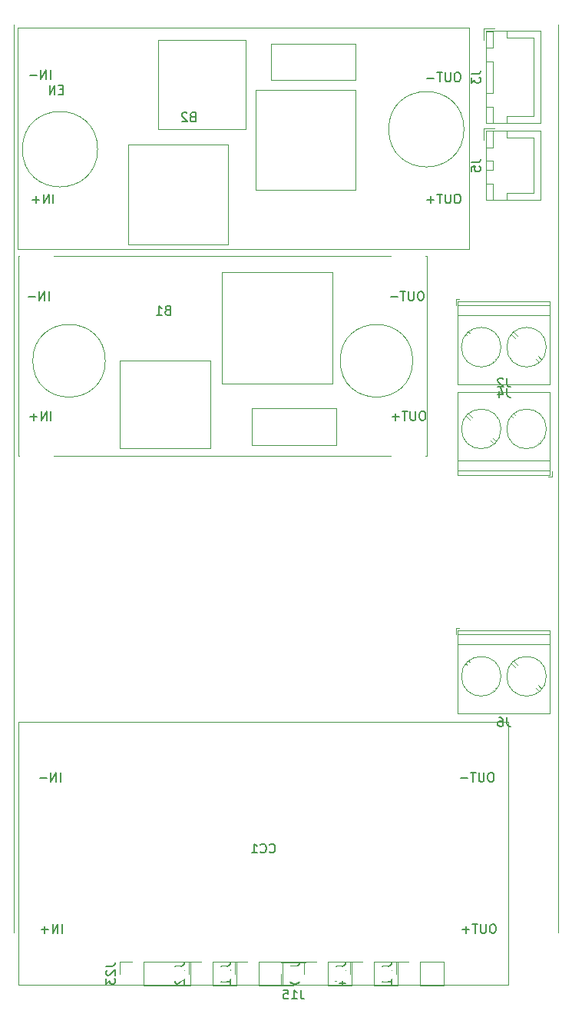
<source format=gbo>
G04 #@! TF.GenerationSoftware,KiCad,Pcbnew,5.1.10*
G04 #@! TF.CreationDate,2021-05-19T15:41:42-05:00*
G04 #@! TF.ProjectId,Power Board,506f7765-7220-4426-9f61-72642e6b6963,rev?*
G04 #@! TF.SameCoordinates,Original*
G04 #@! TF.FileFunction,Legend,Bot*
G04 #@! TF.FilePolarity,Positive*
%FSLAX46Y46*%
G04 Gerber Fmt 4.6, Leading zero omitted, Abs format (unit mm)*
G04 Created by KiCad (PCBNEW 5.1.10) date 2021-05-19 15:41:42*
%MOMM*%
%LPD*%
G01*
G04 APERTURE LIST*
%ADD10C,0.120000*%
%ADD11C,0.150000*%
%ADD12C,2.600000*%
%ADD13R,2.600000X2.600000*%
%ADD14C,5.500000*%
%ADD15R,3.750000X3.750000*%
%ADD16C,2.000000*%
%ADD17O,1.700000X1.700000*%
%ADD18R,1.700000X1.700000*%
%ADD19O,2.000000X1.700000*%
%ADD20O,1.950000X1.700000*%
%ADD21C,0.900000*%
%ADD22C,10.600000*%
G04 APERTURE END LIST*
D10*
X97500000Y-16000000D02*
X97500000Y-116000000D01*
X37500000Y-116000000D02*
X37500000Y-16000000D01*
X86200000Y-82450000D02*
X86600000Y-82450000D01*
X86200000Y-83090000D02*
X86200000Y-82450000D01*
X92742000Y-86758000D02*
X92347000Y-86362000D01*
X95388000Y-89404000D02*
X95008000Y-89024000D01*
X92993000Y-86476000D02*
X92613000Y-86096000D01*
X95654000Y-89138000D02*
X95259000Y-88742000D01*
X87452000Y-86469000D02*
X87346000Y-86362000D01*
X90388000Y-89404000D02*
X90281000Y-89297000D01*
X87718000Y-86203000D02*
X87612000Y-86096000D01*
X90654000Y-89138000D02*
X90547000Y-89031000D01*
X96560000Y-91810000D02*
X96560000Y-82690000D01*
X86440000Y-91810000D02*
X86440000Y-82690000D01*
X86440000Y-82690000D02*
X96560000Y-82690000D01*
X86440000Y-91810000D02*
X96560000Y-91810000D01*
X86440000Y-84250000D02*
X96560000Y-84250000D01*
X86440000Y-83150000D02*
X96560000Y-83150000D01*
X96180000Y-87750000D02*
G75*
G03*
X96180000Y-87750000I-2180000J0D01*
G01*
X91180000Y-87750000D02*
G75*
G03*
X91180000Y-87750000I-2180000J0D01*
G01*
X38000000Y-92750000D02*
X38000000Y-121750000D01*
X92000000Y-121750000D02*
X92000000Y-92750000D01*
X38000000Y-121750000D02*
X92000000Y-121750000D01*
X38000000Y-92750000D02*
X92000000Y-92750000D01*
X83000000Y-63500000D02*
X38000000Y-63500000D01*
X83000000Y-41500000D02*
X83000000Y-63500000D01*
X38000000Y-41500000D02*
X83000000Y-41500000D01*
X38000000Y-63500000D02*
X38000000Y-41500000D01*
X49150000Y-53000000D02*
X49150000Y-62600000D01*
X49150000Y-62600000D02*
X59150000Y-62600000D01*
X59150000Y-62600000D02*
X59150000Y-53000000D01*
X59150000Y-53000000D02*
X49150000Y-53000000D01*
X60400000Y-55500000D02*
X72600000Y-55500000D01*
X72600000Y-55500000D02*
X72600000Y-43200000D01*
X72600000Y-43200000D02*
X60400000Y-43200000D01*
X60400000Y-43200000D02*
X60400000Y-55500000D01*
X47550000Y-53000000D02*
G75*
G03*
X47550000Y-53000000I-4000000J0D01*
G01*
X81450000Y-53000000D02*
G75*
G03*
X81450000Y-53000000I-4000000J0D01*
G01*
X63700000Y-58250000D02*
X63700000Y-62250000D01*
X63700000Y-62250000D02*
X73000000Y-62250000D01*
X73000000Y-62250000D02*
X73000000Y-58250000D01*
X73000000Y-58250000D02*
X63700000Y-58250000D01*
X75150000Y-23200000D02*
X64150000Y-23200000D01*
X75150000Y-34200000D02*
X75150000Y-23200000D01*
X64150000Y-34200000D02*
X75150000Y-34200000D01*
X64150000Y-23200000D02*
X64150000Y-34200000D01*
X61050000Y-29200000D02*
X50050000Y-29200000D01*
X61050000Y-40200000D02*
X61050000Y-29200000D01*
X50050000Y-40200000D02*
X61050000Y-40200000D01*
X50050000Y-40200000D02*
X50050000Y-29200000D01*
X87100000Y-27500000D02*
G75*
G03*
X87100000Y-27500000I-4150000J0D01*
G01*
X46700000Y-29700000D02*
G75*
G03*
X46700000Y-29700000I-4150000J0D01*
G01*
X37850000Y-40700000D02*
X37850000Y-16300000D01*
X37850000Y-16300000D02*
X87650000Y-16300000D01*
X87650000Y-40700000D02*
X37850000Y-40700000D01*
X87650000Y-16300000D02*
X87650000Y-40700000D01*
X53350000Y-27500000D02*
X53350000Y-17700000D01*
X53350000Y-17700000D02*
X63050000Y-17700000D01*
X63050000Y-17700000D02*
X63050000Y-27500000D01*
X63050000Y-27500000D02*
X53350000Y-27500000D01*
X75150000Y-18100000D02*
X65850000Y-18100000D01*
X65850000Y-22100000D02*
X75150000Y-22100000D01*
X75150000Y-22100000D02*
X75150000Y-18100000D01*
X65850000Y-18100000D02*
X65850000Y-22100000D01*
X79650000Y-119170000D02*
X79650000Y-120500000D01*
X80980000Y-119170000D02*
X79650000Y-119170000D01*
X82250000Y-119170000D02*
X82250000Y-121830000D01*
X82250000Y-121830000D02*
X84850000Y-121830000D01*
X82250000Y-119170000D02*
X84850000Y-119170000D01*
X84850000Y-119170000D02*
X84850000Y-121830000D01*
X49170000Y-119170000D02*
X49170000Y-120500000D01*
X50500000Y-119170000D02*
X49170000Y-119170000D01*
X51770000Y-119170000D02*
X51770000Y-121830000D01*
X51770000Y-121830000D02*
X56910000Y-121830000D01*
X51770000Y-119170000D02*
X56910000Y-119170000D01*
X56910000Y-119170000D02*
X56910000Y-121830000D01*
X61870000Y-119170000D02*
X61870000Y-120500000D01*
X63200000Y-119170000D02*
X61870000Y-119170000D01*
X64470000Y-119170000D02*
X64470000Y-121830000D01*
X64470000Y-121830000D02*
X67070000Y-121830000D01*
X64470000Y-119170000D02*
X67070000Y-119170000D01*
X67070000Y-119170000D02*
X67070000Y-121830000D01*
X69490000Y-119170000D02*
X69490000Y-120500000D01*
X70820000Y-119170000D02*
X69490000Y-119170000D01*
X72090000Y-119170000D02*
X72090000Y-121830000D01*
X72090000Y-121830000D02*
X74690000Y-121830000D01*
X72090000Y-119170000D02*
X74690000Y-119170000D01*
X74690000Y-119170000D02*
X74690000Y-121830000D01*
X66950000Y-121830000D02*
X68280000Y-121830000D01*
X66950000Y-120500000D02*
X66950000Y-121830000D01*
X66950000Y-119230000D02*
X69610000Y-119230000D01*
X69610000Y-119230000D02*
X69610000Y-119170000D01*
X66950000Y-119230000D02*
X66950000Y-119170000D01*
X66950000Y-119170000D02*
X69610000Y-119170000D01*
X74570000Y-119170000D02*
X74570000Y-120500000D01*
X75900000Y-119170000D02*
X74570000Y-119170000D01*
X77170000Y-119170000D02*
X77170000Y-121830000D01*
X77170000Y-121830000D02*
X79770000Y-121830000D01*
X77170000Y-119170000D02*
X79770000Y-119170000D01*
X79770000Y-119170000D02*
X79770000Y-121830000D01*
X56790000Y-119170000D02*
X56790000Y-120500000D01*
X58120000Y-119170000D02*
X56790000Y-119170000D01*
X59390000Y-119170000D02*
X59390000Y-121830000D01*
X59390000Y-121830000D02*
X61990000Y-121830000D01*
X59390000Y-119170000D02*
X61990000Y-119170000D01*
X61990000Y-119170000D02*
X61990000Y-121830000D01*
X89250000Y-27400000D02*
X90500000Y-27400000D01*
X89250000Y-28650000D02*
X89250000Y-27400000D01*
X94750000Y-34550000D02*
X94750000Y-31500000D01*
X91800000Y-34550000D02*
X94750000Y-34550000D01*
X91800000Y-35300000D02*
X91800000Y-34550000D01*
X94750000Y-28450000D02*
X94750000Y-31500000D01*
X91800000Y-28450000D02*
X94750000Y-28450000D01*
X91800000Y-27700000D02*
X91800000Y-28450000D01*
X89550000Y-35300000D02*
X89550000Y-33500000D01*
X90300000Y-35300000D02*
X89550000Y-35300000D01*
X90300000Y-33500000D02*
X90300000Y-35300000D01*
X89550000Y-33500000D02*
X90300000Y-33500000D01*
X89550000Y-29500000D02*
X89550000Y-27700000D01*
X90300000Y-29500000D02*
X89550000Y-29500000D01*
X90300000Y-27700000D02*
X90300000Y-29500000D01*
X89550000Y-27700000D02*
X90300000Y-27700000D01*
X89550000Y-32000000D02*
X89550000Y-31000000D01*
X90300000Y-32000000D02*
X89550000Y-32000000D01*
X90300000Y-31000000D02*
X90300000Y-32000000D01*
X89550000Y-31000000D02*
X90300000Y-31000000D01*
X89540000Y-35310000D02*
X89540000Y-27690000D01*
X95510000Y-35310000D02*
X89540000Y-35310000D01*
X95510000Y-27690000D02*
X95510000Y-35310000D01*
X89540000Y-27690000D02*
X95510000Y-27690000D01*
X96800000Y-65800000D02*
X96400000Y-65800000D01*
X96800000Y-65160000D02*
X96800000Y-65800000D01*
X90258000Y-61492000D02*
X90653000Y-61888000D01*
X87612000Y-58846000D02*
X87992000Y-59226000D01*
X90007000Y-61774000D02*
X90387000Y-62154000D01*
X87346000Y-59112000D02*
X87741000Y-59508000D01*
X95548000Y-61781000D02*
X95654000Y-61888000D01*
X92612000Y-58846000D02*
X92719000Y-58953000D01*
X95282000Y-62047000D02*
X95388000Y-62154000D01*
X92346000Y-59112000D02*
X92453000Y-59219000D01*
X86440000Y-56440000D02*
X86440000Y-65560000D01*
X96560000Y-56440000D02*
X96560000Y-65560000D01*
X96560000Y-65560000D02*
X86440000Y-65560000D01*
X96560000Y-56440000D02*
X86440000Y-56440000D01*
X96560000Y-64000000D02*
X86440000Y-64000000D01*
X96560000Y-65100000D02*
X86440000Y-65100000D01*
X91180000Y-60500000D02*
G75*
G03*
X91180000Y-60500000I-2180000J0D01*
G01*
X96180000Y-60500000D02*
G75*
G03*
X96180000Y-60500000I-2180000J0D01*
G01*
X86200000Y-46200000D02*
X86600000Y-46200000D01*
X86200000Y-46840000D02*
X86200000Y-46200000D01*
X92742000Y-50508000D02*
X92347000Y-50112000D01*
X95388000Y-53154000D02*
X95008000Y-52774000D01*
X92993000Y-50226000D02*
X92613000Y-49846000D01*
X95654000Y-52888000D02*
X95259000Y-52492000D01*
X87452000Y-50219000D02*
X87346000Y-50112000D01*
X90388000Y-53154000D02*
X90281000Y-53047000D01*
X87718000Y-49953000D02*
X87612000Y-49846000D01*
X90654000Y-52888000D02*
X90547000Y-52781000D01*
X96560000Y-55560000D02*
X96560000Y-46440000D01*
X86440000Y-55560000D02*
X86440000Y-46440000D01*
X86440000Y-46440000D02*
X96560000Y-46440000D01*
X86440000Y-55560000D02*
X96560000Y-55560000D01*
X86440000Y-48000000D02*
X96560000Y-48000000D01*
X86440000Y-46900000D02*
X96560000Y-46900000D01*
X96180000Y-51500000D02*
G75*
G03*
X96180000Y-51500000I-2180000J0D01*
G01*
X91180000Y-51500000D02*
G75*
G03*
X91180000Y-51500000I-2180000J0D01*
G01*
X89250000Y-16400000D02*
X90500000Y-16400000D01*
X89250000Y-17650000D02*
X89250000Y-16400000D01*
X94750000Y-26050000D02*
X94750000Y-21750000D01*
X91800000Y-26050000D02*
X94750000Y-26050000D01*
X91800000Y-26800000D02*
X91800000Y-26050000D01*
X94750000Y-17450000D02*
X94750000Y-21750000D01*
X91800000Y-17450000D02*
X94750000Y-17450000D01*
X91800000Y-16700000D02*
X91800000Y-17450000D01*
X89550000Y-26800000D02*
X89550000Y-25000000D01*
X90300000Y-26800000D02*
X89550000Y-26800000D01*
X90300000Y-25000000D02*
X90300000Y-26800000D01*
X89550000Y-25000000D02*
X90300000Y-25000000D01*
X89550000Y-18500000D02*
X89550000Y-16700000D01*
X90300000Y-18500000D02*
X89550000Y-18500000D01*
X90300000Y-16700000D02*
X90300000Y-18500000D01*
X89550000Y-16700000D02*
X90300000Y-16700000D01*
X89550000Y-23500000D02*
X89550000Y-20000000D01*
X90300000Y-23500000D02*
X89550000Y-23500000D01*
X90300000Y-20000000D02*
X90300000Y-23500000D01*
X89550000Y-20000000D02*
X90300000Y-20000000D01*
X89540000Y-26810000D02*
X89540000Y-16690000D01*
X95510000Y-26810000D02*
X89540000Y-26810000D01*
X95510000Y-16690000D02*
X95510000Y-26810000D01*
X89540000Y-16690000D02*
X95510000Y-16690000D01*
D11*
X91833333Y-92262380D02*
X91833333Y-92976666D01*
X91880952Y-93119523D01*
X91976190Y-93214761D01*
X92119047Y-93262380D01*
X92214285Y-93262380D01*
X90928571Y-92262380D02*
X91119047Y-92262380D01*
X91214285Y-92310000D01*
X91261904Y-92357619D01*
X91357142Y-92500476D01*
X91404761Y-92690952D01*
X91404761Y-93071904D01*
X91357142Y-93167142D01*
X91309523Y-93214761D01*
X91214285Y-93262380D01*
X91023809Y-93262380D01*
X90928571Y-93214761D01*
X90880952Y-93167142D01*
X90833333Y-93071904D01*
X90833333Y-92833809D01*
X90880952Y-92738571D01*
X90928571Y-92690952D01*
X91023809Y-92643333D01*
X91214285Y-92643333D01*
X91309523Y-92690952D01*
X91357142Y-92738571D01*
X91404761Y-92833809D01*
X65666666Y-107107142D02*
X65714285Y-107154761D01*
X65857142Y-107202380D01*
X65952380Y-107202380D01*
X66095238Y-107154761D01*
X66190476Y-107059523D01*
X66238095Y-106964285D01*
X66285714Y-106773809D01*
X66285714Y-106630952D01*
X66238095Y-106440476D01*
X66190476Y-106345238D01*
X66095238Y-106250000D01*
X65952380Y-106202380D01*
X65857142Y-106202380D01*
X65714285Y-106250000D01*
X65666666Y-106297619D01*
X64666666Y-107107142D02*
X64714285Y-107154761D01*
X64857142Y-107202380D01*
X64952380Y-107202380D01*
X65095238Y-107154761D01*
X65190476Y-107059523D01*
X65238095Y-106964285D01*
X65285714Y-106773809D01*
X65285714Y-106630952D01*
X65238095Y-106440476D01*
X65190476Y-106345238D01*
X65095238Y-106250000D01*
X64952380Y-106202380D01*
X64857142Y-106202380D01*
X64714285Y-106250000D01*
X64666666Y-106297619D01*
X63714285Y-107202380D02*
X64285714Y-107202380D01*
X64000000Y-107202380D02*
X64000000Y-106202380D01*
X64095238Y-106345238D01*
X64190476Y-106440476D01*
X64285714Y-106488095D01*
X90169047Y-98352380D02*
X89978571Y-98352380D01*
X89883333Y-98400000D01*
X89788095Y-98495238D01*
X89740476Y-98685714D01*
X89740476Y-99019047D01*
X89788095Y-99209523D01*
X89883333Y-99304761D01*
X89978571Y-99352380D01*
X90169047Y-99352380D01*
X90264285Y-99304761D01*
X90359523Y-99209523D01*
X90407142Y-99019047D01*
X90407142Y-98685714D01*
X90359523Y-98495238D01*
X90264285Y-98400000D01*
X90169047Y-98352380D01*
X89311904Y-98352380D02*
X89311904Y-99161904D01*
X89264285Y-99257142D01*
X89216666Y-99304761D01*
X89121428Y-99352380D01*
X88930952Y-99352380D01*
X88835714Y-99304761D01*
X88788095Y-99257142D01*
X88740476Y-99161904D01*
X88740476Y-98352380D01*
X88407142Y-98352380D02*
X87835714Y-98352380D01*
X88121428Y-99352380D02*
X88121428Y-98352380D01*
X87502380Y-98971428D02*
X86740476Y-98971428D01*
X90369047Y-115052380D02*
X90178571Y-115052380D01*
X90083333Y-115100000D01*
X89988095Y-115195238D01*
X89940476Y-115385714D01*
X89940476Y-115719047D01*
X89988095Y-115909523D01*
X90083333Y-116004761D01*
X90178571Y-116052380D01*
X90369047Y-116052380D01*
X90464285Y-116004761D01*
X90559523Y-115909523D01*
X90607142Y-115719047D01*
X90607142Y-115385714D01*
X90559523Y-115195238D01*
X90464285Y-115100000D01*
X90369047Y-115052380D01*
X89511904Y-115052380D02*
X89511904Y-115861904D01*
X89464285Y-115957142D01*
X89416666Y-116004761D01*
X89321428Y-116052380D01*
X89130952Y-116052380D01*
X89035714Y-116004761D01*
X88988095Y-115957142D01*
X88940476Y-115861904D01*
X88940476Y-115052380D01*
X88607142Y-115052380D02*
X88035714Y-115052380D01*
X88321428Y-116052380D02*
X88321428Y-115052380D01*
X87702380Y-115671428D02*
X86940476Y-115671428D01*
X87321428Y-116052380D02*
X87321428Y-115290476D01*
X42592857Y-99352380D02*
X42592857Y-98352380D01*
X42116666Y-99352380D02*
X42116666Y-98352380D01*
X41545238Y-99352380D01*
X41545238Y-98352380D01*
X41069047Y-98971428D02*
X40307142Y-98971428D01*
X42792857Y-116052380D02*
X42792857Y-115052380D01*
X42316666Y-116052380D02*
X42316666Y-115052380D01*
X41745238Y-116052380D01*
X41745238Y-115052380D01*
X41269047Y-115671428D02*
X40507142Y-115671428D01*
X40888095Y-116052380D02*
X40888095Y-115290476D01*
X54404761Y-47428571D02*
X54261904Y-47476190D01*
X54214285Y-47523809D01*
X54166666Y-47619047D01*
X54166666Y-47761904D01*
X54214285Y-47857142D01*
X54261904Y-47904761D01*
X54357142Y-47952380D01*
X54738095Y-47952380D01*
X54738095Y-46952380D01*
X54404761Y-46952380D01*
X54309523Y-47000000D01*
X54261904Y-47047619D01*
X54214285Y-47142857D01*
X54214285Y-47238095D01*
X54261904Y-47333333D01*
X54309523Y-47380952D01*
X54404761Y-47428571D01*
X54738095Y-47428571D01*
X53214285Y-47952380D02*
X53785714Y-47952380D01*
X53500000Y-47952380D02*
X53500000Y-46952380D01*
X53595238Y-47095238D01*
X53690476Y-47190476D01*
X53785714Y-47238095D01*
X82419047Y-45352380D02*
X82228571Y-45352380D01*
X82133333Y-45400000D01*
X82038095Y-45495238D01*
X81990476Y-45685714D01*
X81990476Y-46019047D01*
X82038095Y-46209523D01*
X82133333Y-46304761D01*
X82228571Y-46352380D01*
X82419047Y-46352380D01*
X82514285Y-46304761D01*
X82609523Y-46209523D01*
X82657142Y-46019047D01*
X82657142Y-45685714D01*
X82609523Y-45495238D01*
X82514285Y-45400000D01*
X82419047Y-45352380D01*
X81561904Y-45352380D02*
X81561904Y-46161904D01*
X81514285Y-46257142D01*
X81466666Y-46304761D01*
X81371428Y-46352380D01*
X81180952Y-46352380D01*
X81085714Y-46304761D01*
X81038095Y-46257142D01*
X80990476Y-46161904D01*
X80990476Y-45352380D01*
X80657142Y-45352380D02*
X80085714Y-45352380D01*
X80371428Y-46352380D02*
X80371428Y-45352380D01*
X79752380Y-45971428D02*
X78990476Y-45971428D01*
X82619047Y-58552380D02*
X82428571Y-58552380D01*
X82333333Y-58600000D01*
X82238095Y-58695238D01*
X82190476Y-58885714D01*
X82190476Y-59219047D01*
X82238095Y-59409523D01*
X82333333Y-59504761D01*
X82428571Y-59552380D01*
X82619047Y-59552380D01*
X82714285Y-59504761D01*
X82809523Y-59409523D01*
X82857142Y-59219047D01*
X82857142Y-58885714D01*
X82809523Y-58695238D01*
X82714285Y-58600000D01*
X82619047Y-58552380D01*
X81761904Y-58552380D02*
X81761904Y-59361904D01*
X81714285Y-59457142D01*
X81666666Y-59504761D01*
X81571428Y-59552380D01*
X81380952Y-59552380D01*
X81285714Y-59504761D01*
X81238095Y-59457142D01*
X81190476Y-59361904D01*
X81190476Y-58552380D01*
X80857142Y-58552380D02*
X80285714Y-58552380D01*
X80571428Y-59552380D02*
X80571428Y-58552380D01*
X79952380Y-59171428D02*
X79190476Y-59171428D01*
X79571428Y-59552380D02*
X79571428Y-58790476D01*
X41342857Y-46352380D02*
X41342857Y-45352380D01*
X40866666Y-46352380D02*
X40866666Y-45352380D01*
X40295238Y-46352380D01*
X40295238Y-45352380D01*
X39819047Y-45971428D02*
X39057142Y-45971428D01*
X41542857Y-59552380D02*
X41542857Y-58552380D01*
X41066666Y-59552380D02*
X41066666Y-58552380D01*
X40495238Y-59552380D01*
X40495238Y-58552380D01*
X40019047Y-59171428D02*
X39257142Y-59171428D01*
X39638095Y-59552380D02*
X39638095Y-58790476D01*
X57154761Y-26128571D02*
X57011904Y-26176190D01*
X56964285Y-26223809D01*
X56916666Y-26319047D01*
X56916666Y-26461904D01*
X56964285Y-26557142D01*
X57011904Y-26604761D01*
X57107142Y-26652380D01*
X57488095Y-26652380D01*
X57488095Y-25652380D01*
X57154761Y-25652380D01*
X57059523Y-25700000D01*
X57011904Y-25747619D01*
X56964285Y-25842857D01*
X56964285Y-25938095D01*
X57011904Y-26033333D01*
X57059523Y-26080952D01*
X57154761Y-26128571D01*
X57488095Y-26128571D01*
X56535714Y-25747619D02*
X56488095Y-25700000D01*
X56392857Y-25652380D01*
X56154761Y-25652380D01*
X56059523Y-25700000D01*
X56011904Y-25747619D01*
X55964285Y-25842857D01*
X55964285Y-25938095D01*
X56011904Y-26080952D01*
X56583333Y-26652380D01*
X55964285Y-26652380D01*
X42888095Y-23128571D02*
X42554761Y-23128571D01*
X42411904Y-23652380D02*
X42888095Y-23652380D01*
X42888095Y-22652380D01*
X42411904Y-22652380D01*
X41983333Y-23652380D02*
X41983333Y-22652380D01*
X41411904Y-23652380D01*
X41411904Y-22652380D01*
X86469047Y-21252380D02*
X86278571Y-21252380D01*
X86183333Y-21300000D01*
X86088095Y-21395238D01*
X86040476Y-21585714D01*
X86040476Y-21919047D01*
X86088095Y-22109523D01*
X86183333Y-22204761D01*
X86278571Y-22252380D01*
X86469047Y-22252380D01*
X86564285Y-22204761D01*
X86659523Y-22109523D01*
X86707142Y-21919047D01*
X86707142Y-21585714D01*
X86659523Y-21395238D01*
X86564285Y-21300000D01*
X86469047Y-21252380D01*
X85611904Y-21252380D02*
X85611904Y-22061904D01*
X85564285Y-22157142D01*
X85516666Y-22204761D01*
X85421428Y-22252380D01*
X85230952Y-22252380D01*
X85135714Y-22204761D01*
X85088095Y-22157142D01*
X85040476Y-22061904D01*
X85040476Y-21252380D01*
X84707142Y-21252380D02*
X84135714Y-21252380D01*
X84421428Y-22252380D02*
X84421428Y-21252380D01*
X83802380Y-21871428D02*
X83040476Y-21871428D01*
X86469047Y-34652380D02*
X86278571Y-34652380D01*
X86183333Y-34700000D01*
X86088095Y-34795238D01*
X86040476Y-34985714D01*
X86040476Y-35319047D01*
X86088095Y-35509523D01*
X86183333Y-35604761D01*
X86278571Y-35652380D01*
X86469047Y-35652380D01*
X86564285Y-35604761D01*
X86659523Y-35509523D01*
X86707142Y-35319047D01*
X86707142Y-34985714D01*
X86659523Y-34795238D01*
X86564285Y-34700000D01*
X86469047Y-34652380D01*
X85611904Y-34652380D02*
X85611904Y-35461904D01*
X85564285Y-35557142D01*
X85516666Y-35604761D01*
X85421428Y-35652380D01*
X85230952Y-35652380D01*
X85135714Y-35604761D01*
X85088095Y-35557142D01*
X85040476Y-35461904D01*
X85040476Y-34652380D01*
X84707142Y-34652380D02*
X84135714Y-34652380D01*
X84421428Y-35652380D02*
X84421428Y-34652380D01*
X83802380Y-35271428D02*
X83040476Y-35271428D01*
X83421428Y-35652380D02*
X83421428Y-34890476D01*
X41492857Y-21952380D02*
X41492857Y-20952380D01*
X41016666Y-21952380D02*
X41016666Y-20952380D01*
X40445238Y-21952380D01*
X40445238Y-20952380D01*
X39969047Y-21571428D02*
X39207142Y-21571428D01*
X41792857Y-35652380D02*
X41792857Y-34652380D01*
X41316666Y-35652380D02*
X41316666Y-34652380D01*
X40745238Y-35652380D01*
X40745238Y-34652380D01*
X40269047Y-35271428D02*
X39507142Y-35271428D01*
X39888095Y-35652380D02*
X39888095Y-34890476D01*
X78102380Y-119690476D02*
X78816666Y-119690476D01*
X78959523Y-119642857D01*
X79054761Y-119547619D01*
X79102380Y-119404761D01*
X79102380Y-119309523D01*
X79102380Y-120690476D02*
X79102380Y-120119047D01*
X79102380Y-120404761D02*
X78102380Y-120404761D01*
X78245238Y-120309523D01*
X78340476Y-120214285D01*
X78388095Y-120119047D01*
X79102380Y-121642857D02*
X79102380Y-121071428D01*
X79102380Y-121357142D02*
X78102380Y-121357142D01*
X78245238Y-121261904D01*
X78340476Y-121166666D01*
X78388095Y-121071428D01*
X47622380Y-119690476D02*
X48336666Y-119690476D01*
X48479523Y-119642857D01*
X48574761Y-119547619D01*
X48622380Y-119404761D01*
X48622380Y-119309523D01*
X47717619Y-120119047D02*
X47670000Y-120166666D01*
X47622380Y-120261904D01*
X47622380Y-120500000D01*
X47670000Y-120595238D01*
X47717619Y-120642857D01*
X47812857Y-120690476D01*
X47908095Y-120690476D01*
X48050952Y-120642857D01*
X48622380Y-120071428D01*
X48622380Y-120690476D01*
X47622380Y-121023809D02*
X47622380Y-121642857D01*
X48003333Y-121309523D01*
X48003333Y-121452380D01*
X48050952Y-121547619D01*
X48098571Y-121595238D01*
X48193809Y-121642857D01*
X48431904Y-121642857D01*
X48527142Y-121595238D01*
X48574761Y-121547619D01*
X48622380Y-121452380D01*
X48622380Y-121166666D01*
X48574761Y-121071428D01*
X48527142Y-121023809D01*
X60322380Y-119690476D02*
X61036666Y-119690476D01*
X61179523Y-119642857D01*
X61274761Y-119547619D01*
X61322380Y-119404761D01*
X61322380Y-119309523D01*
X60417619Y-120119047D02*
X60370000Y-120166666D01*
X60322380Y-120261904D01*
X60322380Y-120500000D01*
X60370000Y-120595238D01*
X60417619Y-120642857D01*
X60512857Y-120690476D01*
X60608095Y-120690476D01*
X60750952Y-120642857D01*
X61322380Y-120071428D01*
X61322380Y-120690476D01*
X61322380Y-121642857D02*
X61322380Y-121071428D01*
X61322380Y-121357142D02*
X60322380Y-121357142D01*
X60465238Y-121261904D01*
X60560476Y-121166666D01*
X60608095Y-121071428D01*
X67942380Y-119690476D02*
X68656666Y-119690476D01*
X68799523Y-119642857D01*
X68894761Y-119547619D01*
X68942380Y-119404761D01*
X68942380Y-119309523D01*
X68037619Y-120119047D02*
X67990000Y-120166666D01*
X67942380Y-120261904D01*
X67942380Y-120500000D01*
X67990000Y-120595238D01*
X68037619Y-120642857D01*
X68132857Y-120690476D01*
X68228095Y-120690476D01*
X68370952Y-120642857D01*
X68942380Y-120071428D01*
X68942380Y-120690476D01*
X67942380Y-121309523D02*
X67942380Y-121404761D01*
X67990000Y-121500000D01*
X68037619Y-121547619D01*
X68132857Y-121595238D01*
X68323333Y-121642857D01*
X68561428Y-121642857D01*
X68751904Y-121595238D01*
X68847142Y-121547619D01*
X68894761Y-121500000D01*
X68942380Y-121404761D01*
X68942380Y-121309523D01*
X68894761Y-121214285D01*
X68847142Y-121166666D01*
X68751904Y-121119047D01*
X68561428Y-121071428D01*
X68323333Y-121071428D01*
X68132857Y-121119047D01*
X68037619Y-121166666D01*
X67990000Y-121214285D01*
X67942380Y-121309523D01*
X69089523Y-122282380D02*
X69089523Y-122996666D01*
X69137142Y-123139523D01*
X69232380Y-123234761D01*
X69375238Y-123282380D01*
X69470476Y-123282380D01*
X68089523Y-123282380D02*
X68660952Y-123282380D01*
X68375238Y-123282380D02*
X68375238Y-122282380D01*
X68470476Y-122425238D01*
X68565714Y-122520476D01*
X68660952Y-122568095D01*
X67184761Y-122282380D02*
X67660952Y-122282380D01*
X67708571Y-122758571D01*
X67660952Y-122710952D01*
X67565714Y-122663333D01*
X67327619Y-122663333D01*
X67232380Y-122710952D01*
X67184761Y-122758571D01*
X67137142Y-122853809D01*
X67137142Y-123091904D01*
X67184761Y-123187142D01*
X67232380Y-123234761D01*
X67327619Y-123282380D01*
X67565714Y-123282380D01*
X67660952Y-123234761D01*
X67708571Y-123187142D01*
X73022380Y-119690476D02*
X73736666Y-119690476D01*
X73879523Y-119642857D01*
X73974761Y-119547619D01*
X74022380Y-119404761D01*
X74022380Y-119309523D01*
X74022380Y-120690476D02*
X74022380Y-120119047D01*
X74022380Y-120404761D02*
X73022380Y-120404761D01*
X73165238Y-120309523D01*
X73260476Y-120214285D01*
X73308095Y-120119047D01*
X73355714Y-121547619D02*
X74022380Y-121547619D01*
X72974761Y-121309523D02*
X73689047Y-121071428D01*
X73689047Y-121690476D01*
X55242380Y-119690476D02*
X55956666Y-119690476D01*
X56099523Y-119642857D01*
X56194761Y-119547619D01*
X56242380Y-119404761D01*
X56242380Y-119309523D01*
X56242380Y-120690476D02*
X56242380Y-120119047D01*
X56242380Y-120404761D02*
X55242380Y-120404761D01*
X55385238Y-120309523D01*
X55480476Y-120214285D01*
X55528095Y-120119047D01*
X55337619Y-121071428D02*
X55290000Y-121119047D01*
X55242380Y-121214285D01*
X55242380Y-121452380D01*
X55290000Y-121547619D01*
X55337619Y-121595238D01*
X55432857Y-121642857D01*
X55528095Y-121642857D01*
X55670952Y-121595238D01*
X56242380Y-121023809D01*
X56242380Y-121642857D01*
X87902380Y-31166666D02*
X88616666Y-31166666D01*
X88759523Y-31119047D01*
X88854761Y-31023809D01*
X88902380Y-30880952D01*
X88902380Y-30785714D01*
X87902380Y-32119047D02*
X87902380Y-31642857D01*
X88378571Y-31595238D01*
X88330952Y-31642857D01*
X88283333Y-31738095D01*
X88283333Y-31976190D01*
X88330952Y-32071428D01*
X88378571Y-32119047D01*
X88473809Y-32166666D01*
X88711904Y-32166666D01*
X88807142Y-32119047D01*
X88854761Y-32071428D01*
X88902380Y-31976190D01*
X88902380Y-31738095D01*
X88854761Y-31642857D01*
X88807142Y-31595238D01*
X91833333Y-54892380D02*
X91833333Y-55606666D01*
X91880952Y-55749523D01*
X91976190Y-55844761D01*
X92119047Y-55892380D01*
X92214285Y-55892380D01*
X91404761Y-54987619D02*
X91357142Y-54940000D01*
X91261904Y-54892380D01*
X91023809Y-54892380D01*
X90928571Y-54940000D01*
X90880952Y-54987619D01*
X90833333Y-55082857D01*
X90833333Y-55178095D01*
X90880952Y-55320952D01*
X91452380Y-55892380D01*
X90833333Y-55892380D01*
X91833333Y-56012380D02*
X91833333Y-56726666D01*
X91880952Y-56869523D01*
X91976190Y-56964761D01*
X92119047Y-57012380D01*
X92214285Y-57012380D01*
X90928571Y-56345714D02*
X90928571Y-57012380D01*
X91166666Y-55964761D02*
X91404761Y-56679047D01*
X90785714Y-56679047D01*
X87902380Y-21416666D02*
X88616666Y-21416666D01*
X88759523Y-21369047D01*
X88854761Y-21273809D01*
X88902380Y-21130952D01*
X88902380Y-21035714D01*
X87902380Y-21797619D02*
X87902380Y-22416666D01*
X88283333Y-22083333D01*
X88283333Y-22226190D01*
X88330952Y-22321428D01*
X88378571Y-22369047D01*
X88473809Y-22416666D01*
X88711904Y-22416666D01*
X88807142Y-22369047D01*
X88854761Y-22321428D01*
X88902380Y-22226190D01*
X88902380Y-21940476D01*
X88854761Y-21845238D01*
X88807142Y-21797619D01*
%LPC*%
D12*
X94000000Y-87750000D03*
D13*
X89000000Y-87750000D03*
D14*
X77500000Y-107250000D03*
X52500000Y-102250000D03*
D15*
X88750000Y-118250000D03*
X88750000Y-96250000D03*
X41250000Y-118250000D03*
X41250000Y-96250000D03*
D14*
X45500000Y-60500000D03*
X75500000Y-44500000D03*
D15*
X81000000Y-43250000D03*
X81000000Y-61750000D03*
X40000000Y-43250000D03*
X40000000Y-61750000D03*
D16*
X39750000Y-23300000D03*
D14*
X46150000Y-37250000D03*
X79350000Y-19750000D03*
D15*
X84850000Y-19000000D03*
X84850000Y-38000000D03*
X40650000Y-19000000D03*
X40650000Y-38000000D03*
D17*
X83520000Y-120500000D03*
D18*
X80980000Y-120500000D03*
D17*
X55580000Y-120500000D03*
X53040000Y-120500000D03*
D18*
X50500000Y-120500000D03*
D17*
X65740000Y-120500000D03*
D18*
X63200000Y-120500000D03*
D17*
X73360000Y-120500000D03*
D18*
X70820000Y-120500000D03*
X68280000Y-120500000D03*
D17*
X78440000Y-120500000D03*
D18*
X75900000Y-120500000D03*
D17*
X60660000Y-120500000D03*
D18*
X58120000Y-120500000D03*
D17*
X108790000Y-51660000D03*
X108790000Y-49120000D03*
X108790000Y-46580000D03*
X108790000Y-44040000D03*
D18*
X108790000Y-41500000D03*
D17*
X106250000Y-51660000D03*
X106250000Y-49120000D03*
X106250000Y-46580000D03*
X106250000Y-44040000D03*
D18*
X106250000Y-41500000D03*
D12*
X107500000Y-58750000D03*
D13*
X107500000Y-63750000D03*
D12*
X107500000Y-68750000D03*
D13*
X107500000Y-73750000D03*
D19*
X92000000Y-32750000D03*
G36*
G01*
X91250000Y-29400000D02*
X92750000Y-29400000D01*
G75*
G02*
X93000000Y-29650000I0J-250000D01*
G01*
X93000000Y-30850000D01*
G75*
G02*
X92750000Y-31100000I-250000J0D01*
G01*
X91250000Y-31100000D01*
G75*
G02*
X91000000Y-30850000I0J250000D01*
G01*
X91000000Y-29650000D01*
G75*
G02*
X91250000Y-29400000I250000J0D01*
G01*
G37*
D12*
X89000000Y-60500000D03*
D13*
X94000000Y-60500000D03*
D12*
X107500000Y-88750000D03*
D13*
X107500000Y-93750000D03*
D12*
X94000000Y-51500000D03*
D13*
X89000000Y-51500000D03*
D20*
X92000000Y-24250000D03*
X92000000Y-21750000D03*
G36*
G01*
X91275000Y-18400000D02*
X92725000Y-18400000D01*
G75*
G02*
X92975000Y-18650000I0J-250000D01*
G01*
X92975000Y-19850000D01*
G75*
G02*
X92725000Y-20100000I-250000J0D01*
G01*
X91275000Y-20100000D01*
G75*
G02*
X91025000Y-19850000I0J250000D01*
G01*
X91025000Y-18650000D01*
G75*
G02*
X91275000Y-18400000I250000J0D01*
G01*
G37*
D21*
X110310749Y-103189251D03*
X107500000Y-102025000D03*
X104689251Y-103189251D03*
X103525000Y-106000000D03*
X104689251Y-108810749D03*
X107500000Y-109975000D03*
X110310749Y-108810749D03*
X111475000Y-106000000D03*
D22*
X107500000Y-106000000D03*
D21*
X110310749Y-23189251D03*
X107500000Y-22025000D03*
X104689251Y-23189251D03*
X103525000Y-26000000D03*
X104689251Y-28810749D03*
X107500000Y-29975000D03*
X110310749Y-28810749D03*
X111475000Y-26000000D03*
D22*
X107500000Y-26000000D03*
D21*
X30310749Y-103189251D03*
X27500000Y-102025000D03*
X24689251Y-103189251D03*
X23525000Y-106000000D03*
X24689251Y-108810749D03*
X27500000Y-109975000D03*
X30310749Y-108810749D03*
X31475000Y-106000000D03*
D22*
X27500000Y-106000000D03*
D21*
X30310749Y-23189251D03*
X27500000Y-22025000D03*
X24689251Y-23189251D03*
X23525000Y-26000000D03*
X24689251Y-28810749D03*
X27500000Y-29975000D03*
X30310749Y-28810749D03*
X31475000Y-26000000D03*
D22*
X27500000Y-26000000D03*
M02*

</source>
